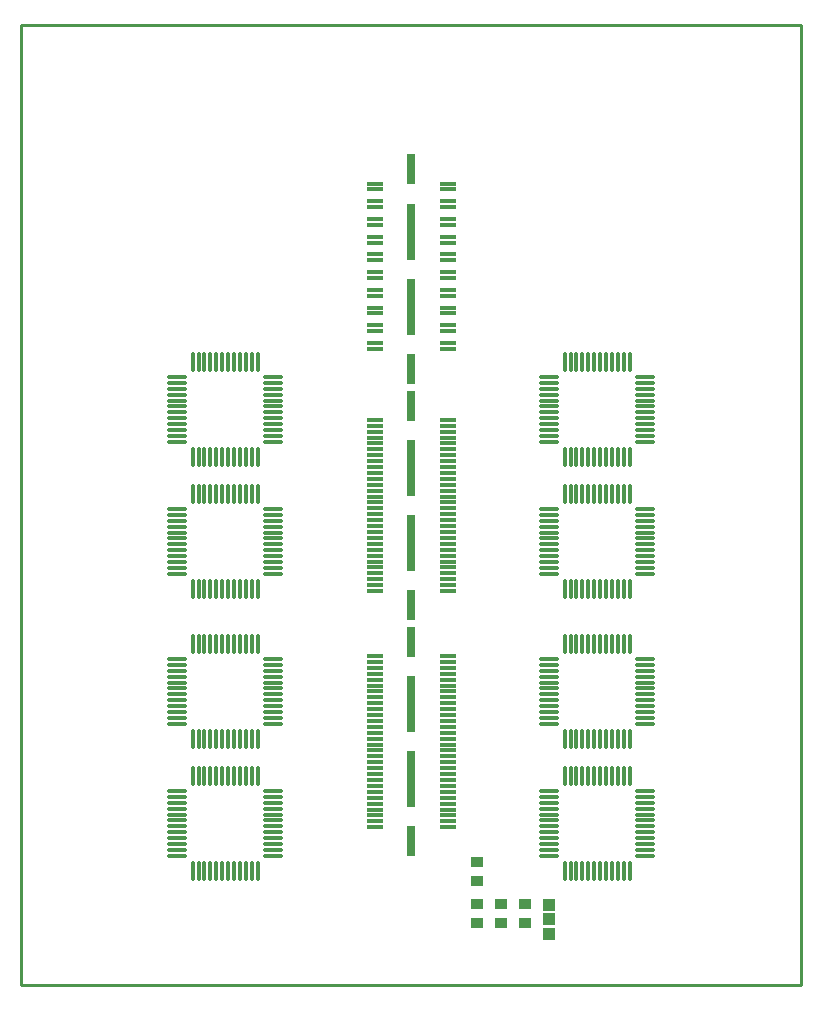
<source format=gtp>
G04 Layer_Color=8421504*
%FSLAX25Y25*%
%MOIN*%
G70*
G01*
G75*
%ADD10R,0.03937X0.03740*%
%ADD11R,0.03937X0.03937*%
%ADD12O,0.07087X0.01181*%
%ADD13O,0.01181X0.07087*%
%ADD14R,0.05709X0.01181*%
%ADD15R,0.02520X0.10000*%
%ADD16R,0.02520X0.18504*%
%ADD17C,0.01000*%
D10*
X152000Y20752D02*
D03*
Y27248D02*
D03*
X160000Y20752D02*
D03*
Y27248D02*
D03*
X168000Y20752D02*
D03*
Y27248D02*
D03*
X152000Y34752D02*
D03*
Y41248D02*
D03*
D11*
X176000Y26921D02*
D03*
Y22000D02*
D03*
Y17079D02*
D03*
D12*
X83945Y202827D02*
D03*
Y200858D02*
D03*
Y198890D02*
D03*
Y196921D02*
D03*
Y194953D02*
D03*
Y192984D02*
D03*
Y191016D02*
D03*
Y189047D02*
D03*
Y187079D02*
D03*
Y185110D02*
D03*
Y183142D02*
D03*
Y181173D02*
D03*
X52055D02*
D03*
Y183142D02*
D03*
Y185110D02*
D03*
Y187079D02*
D03*
Y189047D02*
D03*
Y191016D02*
D03*
Y192984D02*
D03*
Y194953D02*
D03*
Y196921D02*
D03*
Y198890D02*
D03*
Y200858D02*
D03*
Y202827D02*
D03*
X207945D02*
D03*
Y200858D02*
D03*
Y198890D02*
D03*
Y196921D02*
D03*
Y194953D02*
D03*
Y192984D02*
D03*
Y191016D02*
D03*
Y189047D02*
D03*
Y187079D02*
D03*
Y185110D02*
D03*
Y183142D02*
D03*
Y181173D02*
D03*
X176055D02*
D03*
Y183142D02*
D03*
Y185110D02*
D03*
Y187079D02*
D03*
Y189047D02*
D03*
Y191016D02*
D03*
Y192984D02*
D03*
Y194953D02*
D03*
Y196921D02*
D03*
Y198890D02*
D03*
Y200858D02*
D03*
Y202827D02*
D03*
X207945Y158827D02*
D03*
Y156858D02*
D03*
Y154890D02*
D03*
Y152921D02*
D03*
Y150953D02*
D03*
Y148984D02*
D03*
Y147016D02*
D03*
Y145047D02*
D03*
Y143079D02*
D03*
Y141110D02*
D03*
Y139142D02*
D03*
Y137173D02*
D03*
X176055D02*
D03*
Y139142D02*
D03*
Y141110D02*
D03*
Y143079D02*
D03*
Y145047D02*
D03*
Y147016D02*
D03*
Y148984D02*
D03*
Y150953D02*
D03*
Y152921D02*
D03*
Y154890D02*
D03*
Y156858D02*
D03*
Y158827D02*
D03*
X207945Y108827D02*
D03*
Y106858D02*
D03*
Y104890D02*
D03*
Y102921D02*
D03*
Y100953D02*
D03*
Y98984D02*
D03*
Y97016D02*
D03*
Y95047D02*
D03*
Y93079D02*
D03*
Y91110D02*
D03*
Y89142D02*
D03*
Y87173D02*
D03*
X176055D02*
D03*
Y89142D02*
D03*
Y91110D02*
D03*
Y93079D02*
D03*
Y95047D02*
D03*
Y97016D02*
D03*
Y98984D02*
D03*
Y100953D02*
D03*
Y102921D02*
D03*
Y104890D02*
D03*
Y106858D02*
D03*
Y108827D02*
D03*
X207945Y64827D02*
D03*
Y62858D02*
D03*
Y60890D02*
D03*
Y58921D02*
D03*
Y56953D02*
D03*
Y54984D02*
D03*
Y53016D02*
D03*
Y51047D02*
D03*
Y49079D02*
D03*
Y47110D02*
D03*
Y45142D02*
D03*
Y43173D02*
D03*
X176055D02*
D03*
Y45142D02*
D03*
Y47110D02*
D03*
Y49079D02*
D03*
Y51047D02*
D03*
Y53016D02*
D03*
Y54984D02*
D03*
Y56953D02*
D03*
Y58921D02*
D03*
Y60890D02*
D03*
Y62858D02*
D03*
Y64827D02*
D03*
X83945Y158827D02*
D03*
Y156858D02*
D03*
Y154890D02*
D03*
Y152921D02*
D03*
Y150953D02*
D03*
Y148984D02*
D03*
Y147016D02*
D03*
Y145047D02*
D03*
Y143079D02*
D03*
Y141110D02*
D03*
Y139142D02*
D03*
Y137173D02*
D03*
X52055D02*
D03*
Y139142D02*
D03*
Y141110D02*
D03*
Y143079D02*
D03*
Y145047D02*
D03*
Y147016D02*
D03*
Y148984D02*
D03*
Y150953D02*
D03*
Y152921D02*
D03*
Y154890D02*
D03*
Y156858D02*
D03*
Y158827D02*
D03*
X83945Y108827D02*
D03*
Y106858D02*
D03*
Y104890D02*
D03*
Y102921D02*
D03*
Y100953D02*
D03*
Y98984D02*
D03*
Y97016D02*
D03*
Y95047D02*
D03*
Y93079D02*
D03*
Y91110D02*
D03*
Y89142D02*
D03*
Y87173D02*
D03*
X52055D02*
D03*
Y89142D02*
D03*
Y91110D02*
D03*
Y93079D02*
D03*
Y95047D02*
D03*
Y97016D02*
D03*
Y98984D02*
D03*
Y100953D02*
D03*
Y102921D02*
D03*
Y104890D02*
D03*
Y106858D02*
D03*
Y108827D02*
D03*
X83945Y64827D02*
D03*
Y62858D02*
D03*
Y60890D02*
D03*
Y58921D02*
D03*
Y56953D02*
D03*
Y54984D02*
D03*
Y53016D02*
D03*
Y51047D02*
D03*
Y49079D02*
D03*
Y47110D02*
D03*
Y45142D02*
D03*
Y43173D02*
D03*
X52055D02*
D03*
Y45142D02*
D03*
Y47110D02*
D03*
Y49079D02*
D03*
Y51047D02*
D03*
Y53016D02*
D03*
Y54984D02*
D03*
Y56953D02*
D03*
Y58921D02*
D03*
Y60890D02*
D03*
Y62858D02*
D03*
Y64827D02*
D03*
D13*
X78827Y176055D02*
D03*
X76858D02*
D03*
X74890D02*
D03*
X72921D02*
D03*
X70953D02*
D03*
X68984D02*
D03*
X67016D02*
D03*
X65047D02*
D03*
X63079D02*
D03*
X61110D02*
D03*
X59142D02*
D03*
X57173D02*
D03*
Y207945D02*
D03*
X59142D02*
D03*
X61110D02*
D03*
X63079D02*
D03*
X65047D02*
D03*
X67016D02*
D03*
X68984D02*
D03*
X70953D02*
D03*
X72921D02*
D03*
X74890D02*
D03*
X76858D02*
D03*
X78827D02*
D03*
X202827Y176055D02*
D03*
X200858D02*
D03*
X198890D02*
D03*
X196921D02*
D03*
X194953D02*
D03*
X192984D02*
D03*
X191016D02*
D03*
X189047D02*
D03*
X187079D02*
D03*
X185110D02*
D03*
X183142D02*
D03*
X181173D02*
D03*
Y207945D02*
D03*
X183142D02*
D03*
X185110D02*
D03*
X187079D02*
D03*
X189047D02*
D03*
X191016D02*
D03*
X192984D02*
D03*
X194953D02*
D03*
X196921D02*
D03*
X198890D02*
D03*
X200858D02*
D03*
X202827D02*
D03*
Y132055D02*
D03*
X200858D02*
D03*
X198890D02*
D03*
X196921D02*
D03*
X194953D02*
D03*
X192984D02*
D03*
X191016D02*
D03*
X189047D02*
D03*
X187079D02*
D03*
X185110D02*
D03*
X183142D02*
D03*
X181173D02*
D03*
Y163945D02*
D03*
X183142D02*
D03*
X185110D02*
D03*
X187079D02*
D03*
X189047D02*
D03*
X191016D02*
D03*
X192984D02*
D03*
X194953D02*
D03*
X196921D02*
D03*
X198890D02*
D03*
X200858D02*
D03*
X202827D02*
D03*
Y82055D02*
D03*
X200858D02*
D03*
X198890D02*
D03*
X196921D02*
D03*
X194953D02*
D03*
X192984D02*
D03*
X191016D02*
D03*
X189047D02*
D03*
X187079D02*
D03*
X185110D02*
D03*
X183142D02*
D03*
X181173D02*
D03*
Y113945D02*
D03*
X183142D02*
D03*
X185110D02*
D03*
X187079D02*
D03*
X189047D02*
D03*
X191016D02*
D03*
X192984D02*
D03*
X194953D02*
D03*
X196921D02*
D03*
X198890D02*
D03*
X200858D02*
D03*
X202827D02*
D03*
Y38055D02*
D03*
X200858D02*
D03*
X198890D02*
D03*
X196921D02*
D03*
X194953D02*
D03*
X192984D02*
D03*
X191016D02*
D03*
X189047D02*
D03*
X187079D02*
D03*
X185110D02*
D03*
X183142D02*
D03*
X181173D02*
D03*
Y69945D02*
D03*
X183142D02*
D03*
X185110D02*
D03*
X187079D02*
D03*
X189047D02*
D03*
X191016D02*
D03*
X192984D02*
D03*
X194953D02*
D03*
X196921D02*
D03*
X198890D02*
D03*
X200858D02*
D03*
X202827D02*
D03*
X78827Y132055D02*
D03*
X76858D02*
D03*
X74890D02*
D03*
X72921D02*
D03*
X70953D02*
D03*
X68984D02*
D03*
X67016D02*
D03*
X65047D02*
D03*
X63079D02*
D03*
X61110D02*
D03*
X59142D02*
D03*
X57173D02*
D03*
Y163945D02*
D03*
X59142D02*
D03*
X61110D02*
D03*
X63079D02*
D03*
X65047D02*
D03*
X67016D02*
D03*
X68984D02*
D03*
X70953D02*
D03*
X72921D02*
D03*
X74890D02*
D03*
X76858D02*
D03*
X78827D02*
D03*
Y82055D02*
D03*
X76858D02*
D03*
X74890D02*
D03*
X72921D02*
D03*
X70953D02*
D03*
X68984D02*
D03*
X67016D02*
D03*
X65047D02*
D03*
X63079D02*
D03*
X61110D02*
D03*
X59142D02*
D03*
X57173D02*
D03*
Y113945D02*
D03*
X59142D02*
D03*
X61110D02*
D03*
X63079D02*
D03*
X65047D02*
D03*
X67016D02*
D03*
X68984D02*
D03*
X70953D02*
D03*
X72921D02*
D03*
X74890D02*
D03*
X76858D02*
D03*
X78827D02*
D03*
Y38055D02*
D03*
X76858D02*
D03*
X74890D02*
D03*
X72921D02*
D03*
X70953D02*
D03*
X68984D02*
D03*
X67016D02*
D03*
X65047D02*
D03*
X63079D02*
D03*
X61110D02*
D03*
X59142D02*
D03*
X57173D02*
D03*
Y69945D02*
D03*
X59142D02*
D03*
X61110D02*
D03*
X63079D02*
D03*
X65047D02*
D03*
X67016D02*
D03*
X68984D02*
D03*
X70953D02*
D03*
X72921D02*
D03*
X74890D02*
D03*
X76858D02*
D03*
X78827D02*
D03*
D14*
X142165Y267284D02*
D03*
X117835D02*
D03*
X142165Y265315D02*
D03*
X117835D02*
D03*
X142165Y261378D02*
D03*
X117835D02*
D03*
X142165Y259409D02*
D03*
X117835D02*
D03*
X142165Y255472D02*
D03*
X117835D02*
D03*
X142165Y253504D02*
D03*
X117835D02*
D03*
X142165Y249567D02*
D03*
X117835D02*
D03*
X142165Y247598D02*
D03*
X117835D02*
D03*
X142165Y243661D02*
D03*
X117835D02*
D03*
X142165Y241693D02*
D03*
X117835D02*
D03*
X142165Y237756D02*
D03*
X117835D02*
D03*
X142165Y235787D02*
D03*
X117835D02*
D03*
X142165Y231850D02*
D03*
X117835D02*
D03*
X142165Y229882D02*
D03*
X117835D02*
D03*
X142165Y225945D02*
D03*
X117835D02*
D03*
X142165Y223976D02*
D03*
X117835D02*
D03*
X142165Y220039D02*
D03*
X117835D02*
D03*
X142165Y218071D02*
D03*
X117835D02*
D03*
X142165Y214134D02*
D03*
X117835D02*
D03*
X142165Y212165D02*
D03*
X117835D02*
D03*
X142165Y188543D02*
D03*
X117835D02*
D03*
X142165Y186575D02*
D03*
X117835D02*
D03*
X142165Y184606D02*
D03*
X117835D02*
D03*
X142165Y182638D02*
D03*
X117835D02*
D03*
X142165Y180669D02*
D03*
X117835D02*
D03*
X142165Y178701D02*
D03*
X117835D02*
D03*
X142165Y176732D02*
D03*
X117835D02*
D03*
X142165Y174764D02*
D03*
X117835D02*
D03*
X142165Y172795D02*
D03*
X117835D02*
D03*
X142165Y170827D02*
D03*
X117835D02*
D03*
X142165Y168858D02*
D03*
X117835D02*
D03*
X142165Y166890D02*
D03*
X117835D02*
D03*
X142165Y164921D02*
D03*
X117835D02*
D03*
X142165Y162953D02*
D03*
X117835D02*
D03*
X142165Y160984D02*
D03*
X117835D02*
D03*
X142165Y159016D02*
D03*
X117835D02*
D03*
X142165Y157047D02*
D03*
X117835D02*
D03*
X142165Y155079D02*
D03*
X117835D02*
D03*
X142165Y153110D02*
D03*
X117835D02*
D03*
X142165Y151142D02*
D03*
X117835D02*
D03*
X142165Y149173D02*
D03*
X117835D02*
D03*
X142165Y147205D02*
D03*
X117835D02*
D03*
X142165Y145236D02*
D03*
X117835D02*
D03*
X142165Y143268D02*
D03*
X117835D02*
D03*
X142165Y141299D02*
D03*
X117835D02*
D03*
X142165Y139331D02*
D03*
X117835D02*
D03*
X142165Y137362D02*
D03*
X117835D02*
D03*
X142165Y135394D02*
D03*
X117835D02*
D03*
X142165Y133425D02*
D03*
X117835D02*
D03*
X142165Y131457D02*
D03*
X117835D02*
D03*
X142165Y109803D02*
D03*
X117835D02*
D03*
X142165Y107835D02*
D03*
X117835D02*
D03*
X142165Y105866D02*
D03*
X117835D02*
D03*
X142165Y103898D02*
D03*
X117835D02*
D03*
X142165Y101929D02*
D03*
X117835D02*
D03*
X142165Y99961D02*
D03*
X117835D02*
D03*
X142165Y97992D02*
D03*
X117835D02*
D03*
X142165Y96024D02*
D03*
X117835D02*
D03*
X142165Y94055D02*
D03*
X117835D02*
D03*
X142165Y92087D02*
D03*
X117835D02*
D03*
X142165Y90118D02*
D03*
X117835D02*
D03*
X142165Y88150D02*
D03*
X117835D02*
D03*
X142165Y86181D02*
D03*
X117835D02*
D03*
X142165Y84213D02*
D03*
X117835D02*
D03*
X142165Y82244D02*
D03*
X117835D02*
D03*
X142165Y80276D02*
D03*
X117835D02*
D03*
X142165Y78307D02*
D03*
X117835D02*
D03*
X142165Y76339D02*
D03*
X117835D02*
D03*
X142165Y74370D02*
D03*
X117835D02*
D03*
X142165Y72402D02*
D03*
X117835D02*
D03*
X142165Y70433D02*
D03*
X117835D02*
D03*
X142165Y68465D02*
D03*
X117835D02*
D03*
X142165Y66496D02*
D03*
X117835D02*
D03*
X142165Y64528D02*
D03*
X117835D02*
D03*
X142165Y62559D02*
D03*
X117835D02*
D03*
X142165Y60590D02*
D03*
X117835D02*
D03*
X142165Y58622D02*
D03*
X117835D02*
D03*
X142165Y56653D02*
D03*
X117835D02*
D03*
X142165Y54685D02*
D03*
X117835D02*
D03*
X142165Y52716D02*
D03*
X117835D02*
D03*
D15*
X130000Y271988D02*
D03*
Y205492D02*
D03*
Y193248D02*
D03*
Y126752D02*
D03*
Y114508D02*
D03*
Y48012D02*
D03*
D16*
Y251240D02*
D03*
Y226240D02*
D03*
Y172500D02*
D03*
Y147500D02*
D03*
Y93760D02*
D03*
Y68760D02*
D03*
D17*
X0Y0D02*
X260000D01*
Y320000D01*
X0D02*
X260000D01*
X0Y0D02*
Y320000D01*
M02*

</source>
